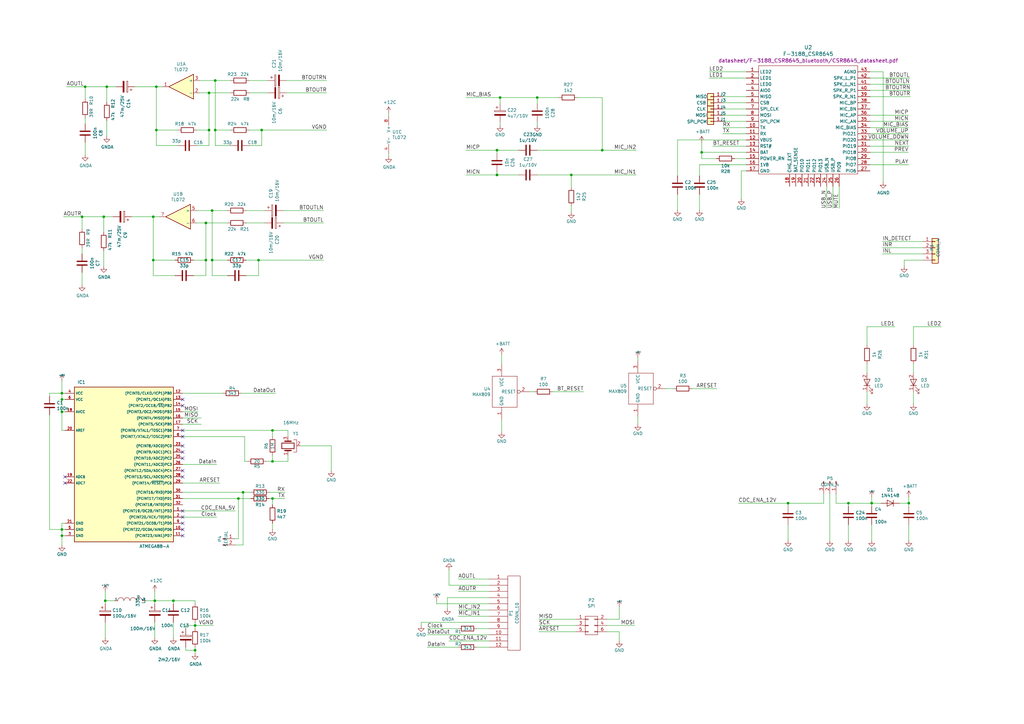
<source format=kicad_sch>
(kicad_sch (version 20200602) (host eeschema "5.99.0-unknown-6083c08~88~ubuntu18.04.1")
  (page 1 1)
  (paper "A3")
  (title_block (date "12 mar 2014"))
  (junction (at 25.4 161.29))
  (junction (at 25.4 163.83))
  (junction (at 25.4 168.91))
  (junction (at 25.4 217.17))
  (junction (at 25.4 219.71))
  (junction (at 33.655 88.9))
  (junction (at 34.925 35.56))
  (junction (at 42.545 88.9))
  (junction (at 43.18 246.38))
  (junction (at 43.815 35.56))
  (junction (at 62.865 88.9))
  (junction (at 62.865 106.68))
  (junction (at 63.5 246.38))
  (junction (at 64.135 35.56))
  (junction (at 64.135 53.34))
  (junction (at 71.12 246.38))
  (junction (at 80.01 256.54))
  (junction (at 80.01 266.7))
  (junction (at 84.455 91.44))
  (junction (at 84.455 106.68))
  (junction (at 85.725 38.1))
  (junction (at 85.725 53.34))
  (junction (at 86.995 86.36))
  (junction (at 86.995 106.68))
  (junction (at 88.265 33.02))
  (junction (at 88.265 53.34))
  (junction (at 97.79 204.47))
  (junction (at 99.695 201.93))
  (junction (at 106.045 106.68))
  (junction (at 107.315 53.34))
  (junction (at 111.76 176.53))
  (junction (at 111.76 189.23))
  (junction (at 111.76 204.47))
  (junction (at 203.835 61.595))
  (junction (at 203.835 71.755))
  (junction (at 205.105 40.005))
  (junction (at 220.345 40.005))
  (junction (at 234.315 71.755))
  (junction (at 247.015 61.595))
  (junction (at 287.782 62.484))
  (junction (at 323.215 206.375))
  (junction (at 347.98 206.375))
  (junction (at 357.505 206.375))
  (junction (at 372.745 206.375))
  (no_connect (at 74.93 214.63))
  (no_connect (at 74.93 193.04))
  (no_connect (at 74.93 185.42))
  (no_connect (at 74.93 182.88))
  (no_connect (at 74.93 166.37))
  (no_connect (at 74.93 187.96))
  (no_connect (at 74.93 163.83))
  (no_connect (at 26.67 195.58))
  (no_connect (at 74.93 219.71))
  (no_connect (at 74.93 209.55))
  (no_connect (at 74.93 176.53))
  (no_connect (at 74.93 212.09))
  (no_connect (at 74.93 179.07))
  (no_connect (at 74.93 195.58))
  (no_connect (at 74.93 217.17))
  (no_connect (at 26.67 198.12))
  (wire (pts (xy 20.32 161.29) (xy 25.4 161.29)))
  (wire (pts (xy 20.32 162.56) (xy 20.32 161.29)))
  (wire (pts (xy 20.32 217.17) (xy 20.32 170.18)))
  (wire (pts (xy 25.4 156.21) (xy 25.4 161.29)))
  (wire (pts (xy 25.4 161.29) (xy 25.4 163.83)))
  (wire (pts (xy 25.4 163.83) (xy 25.4 168.91)))
  (wire (pts (xy 25.4 168.91) (xy 25.4 176.53)))
  (wire (pts (xy 25.4 176.53) (xy 26.67 176.53)))
  (wire (pts (xy 25.4 214.63) (xy 25.4 217.17)))
  (wire (pts (xy 25.4 217.17) (xy 20.32 217.17)))
  (wire (pts (xy 25.4 217.17) (xy 25.4 219.71)))
  (wire (pts (xy 25.4 219.71) (xy 25.4 223.52)))
  (wire (pts (xy 26.035 88.9) (xy 33.655 88.9)))
  (wire (pts (xy 26.67 161.29) (xy 25.4 161.29)))
  (wire (pts (xy 26.67 163.83) (xy 25.4 163.83)))
  (wire (pts (xy 26.67 168.91) (xy 25.4 168.91)))
  (wire (pts (xy 26.67 214.63) (xy 25.4 214.63)))
  (wire (pts (xy 26.67 217.17) (xy 25.4 217.17)))
  (wire (pts (xy 26.67 219.71) (xy 25.4 219.71)))
  (wire (pts (xy 27.305 35.56) (xy 34.925 35.56)))
  (wire (pts (xy 33.655 88.9) (xy 42.545 88.9)))
  (wire (pts (xy 33.655 93.98) (xy 33.655 88.9)))
  (wire (pts (xy 33.655 101.6) (xy 33.655 104.14)))
  (wire (pts (xy 33.655 116.84) (xy 33.655 111.76)))
  (wire (pts (xy 34.925 35.56) (xy 43.815 35.56)))
  (wire (pts (xy 34.925 40.64) (xy 34.925 35.56)))
  (wire (pts (xy 34.925 48.26) (xy 34.925 50.8)))
  (wire (pts (xy 34.925 63.5) (xy 34.925 58.42)))
  (wire (pts (xy 42.545 88.9) (xy 46.355 88.9)))
  (wire (pts (xy 42.545 95.25) (xy 42.545 88.9)))
  (wire (pts (xy 42.545 109.22) (xy 42.545 102.87)))
  (wire (pts (xy 43.18 242.57) (xy 43.18 246.38)))
  (wire (pts (xy 43.18 246.38) (xy 43.18 247.65)))
  (wire (pts (xy 43.18 246.38) (xy 46.99 246.38)))
  (wire (pts (xy 43.18 255.27) (xy 43.18 261.62)))
  (wire (pts (xy 43.815 35.56) (xy 47.625 35.56)))
  (wire (pts (xy 43.815 41.91) (xy 43.815 35.56)))
  (wire (pts (xy 43.815 55.88) (xy 43.815 49.53)))
  (wire (pts (xy 53.975 88.9) (xy 62.865 88.9)))
  (wire (pts (xy 55.245 35.56) (xy 64.135 35.56)))
  (wire (pts (xy 59.69 246.38) (xy 63.5 246.38)))
  (wire (pts (xy 62.865 88.9) (xy 62.865 106.68)))
  (wire (pts (xy 62.865 88.9) (xy 65.405 88.9)))
  (wire (pts (xy 62.865 106.68) (xy 62.865 113.03)))
  (wire (pts (xy 62.865 113.03) (xy 71.755 113.03)))
  (wire (pts (xy 63.5 242.57) (xy 63.5 246.38)))
  (wire (pts (xy 63.5 246.38) (xy 63.5 247.65)))
  (wire (pts (xy 63.5 246.38) (xy 71.12 246.38)))
  (wire (pts (xy 63.5 255.27) (xy 63.5 261.62)))
  (wire (pts (xy 64.135 35.56) (xy 64.135 53.34)))
  (wire (pts (xy 64.135 35.56) (xy 66.675 35.56)))
  (wire (pts (xy 64.135 53.34) (xy 64.135 59.69)))
  (wire (pts (xy 64.135 59.69) (xy 73.025 59.69)))
  (wire (pts (xy 71.12 246.38) (xy 71.12 247.65)))
  (wire (pts (xy 71.12 246.38) (xy 80.01 246.38)))
  (wire (pts (xy 71.12 255.27) (xy 71.12 261.62)))
  (wire (pts (xy 71.755 106.68) (xy 62.865 106.68)))
  (wire (pts (xy 73.025 53.34) (xy 64.135 53.34)))
  (wire (pts (xy 74.93 161.29) (xy 91.44 161.29)))
  (wire (pts (xy 74.93 171.45) (xy 82.55 171.45)))
  (wire (pts (xy 74.93 173.99) (xy 82.55 173.99)))
  (wire (pts (xy 74.93 176.53) (xy 111.76 176.53)))
  (wire (pts (xy 74.93 179.07) (xy 100.33 179.07)))
  (wire (pts (xy 74.93 190.5) (xy 88.9 190.5)))
  (wire (pts (xy 74.93 198.12) (xy 90.17 198.12)))
  (wire (pts (xy 74.93 201.93) (xy 99.695 201.93)))
  (wire (pts (xy 74.93 204.47) (xy 97.79 204.47)))
  (wire (pts (xy 74.93 209.55) (xy 96.52 209.55)))
  (wire (pts (xy 74.93 212.09) (xy 88.9 212.09)))
  (wire (pts (xy 76.2 256.54) (xy 80.01 256.54)))
  (wire (pts (xy 76.2 257.81) (xy 76.2 256.54)))
  (wire (pts (xy 76.2 265.43) (xy 76.2 266.7)))
  (wire (pts (xy 76.2 266.7) (xy 80.01 266.7)))
  (wire (pts (xy 79.375 106.68) (xy 84.455 106.68)))
  (wire (pts (xy 80.01 246.38) (xy 80.01 247.65)))
  (wire (pts (xy 80.01 255.27) (xy 80.01 256.54)))
  (wire (pts (xy 80.01 256.54) (xy 80.01 257.81)))
  (wire (pts (xy 80.01 256.54) (xy 87.63 256.54)))
  (wire (pts (xy 80.01 265.43) (xy 80.01 266.7)))
  (wire (pts (xy 80.01 266.7) (xy 80.01 267.97)))
  (wire (pts (xy 80.645 53.34) (xy 85.725 53.34)))
  (wire (pts (xy 80.645 86.36) (xy 86.995 86.36)))
  (wire (pts (xy 80.645 91.44) (xy 84.455 91.44)))
  (wire (pts (xy 81.28 168.91) (xy 74.93 168.91)))
  (wire (pts (xy 81.915 33.02) (xy 88.265 33.02)))
  (wire (pts (xy 81.915 38.1) (xy 85.725 38.1)))
  (wire (pts (xy 84.455 91.44) (xy 84.455 106.68)))
  (wire (pts (xy 84.455 91.44) (xy 93.345 91.44)))
  (wire (pts (xy 84.455 106.68) (xy 84.455 113.03)))
  (wire (pts (xy 84.455 113.03) (xy 79.375 113.03)))
  (wire (pts (xy 85.725 38.1) (xy 85.725 53.34)))
  (wire (pts (xy 85.725 38.1) (xy 94.615 38.1)))
  (wire (pts (xy 85.725 53.34) (xy 85.725 59.69)))
  (wire (pts (xy 85.725 59.69) (xy 80.645 59.69)))
  (wire (pts (xy 86.995 86.36) (xy 86.995 106.68)))
  (wire (pts (xy 86.995 86.36) (xy 93.345 86.36)))
  (wire (pts (xy 86.995 106.68) (xy 86.995 113.03)))
  (wire (pts (xy 86.995 113.03) (xy 93.345 113.03)))
  (wire (pts (xy 88.265 33.02) (xy 88.265 53.34)))
  (wire (pts (xy 88.265 33.02) (xy 94.615 33.02)))
  (wire (pts (xy 88.265 53.34) (xy 88.265 59.69)))
  (wire (pts (xy 88.265 59.69) (xy 94.615 59.69)))
  (wire (pts (xy 93.345 106.68) (xy 86.995 106.68)))
  (wire (pts (xy 94.615 53.34) (xy 88.265 53.34)))
  (wire (pts (xy 96.52 220.98) (xy 97.79 220.98)))
  (wire (pts (xy 96.52 223.52) (xy 99.695 223.52)))
  (wire (pts (xy 97.79 204.47) (xy 102.87 204.47)))
  (wire (pts (xy 97.79 220.98) (xy 97.79 204.47)))
  (wire (pts (xy 99.06 161.29) (xy 113.03 161.29)))
  (wire (pts (xy 99.695 201.93) (xy 102.87 201.93)))
  (wire (pts (xy 99.695 223.52) (xy 99.695 201.93)))
  (wire (pts (xy 100.33 179.07) (xy 100.33 189.23)))
  (wire (pts (xy 100.33 189.23) (xy 101.6 189.23)))
  (wire (pts (xy 100.965 86.36) (xy 108.585 86.36)))
  (wire (pts (xy 100.965 91.44) (xy 108.585 91.44)))
  (wire (pts (xy 100.965 106.68) (xy 106.045 106.68)))
  (wire (pts (xy 100.965 113.03) (xy 106.045 113.03)))
  (wire (pts (xy 102.235 33.02) (xy 109.855 33.02)))
  (wire (pts (xy 102.235 38.1) (xy 109.855 38.1)))
  (wire (pts (xy 102.235 53.34) (xy 107.315 53.34)))
  (wire (pts (xy 102.235 59.69) (xy 107.315 59.69)))
  (wire (pts (xy 106.045 106.68) (xy 132.715 106.68)))
  (wire (pts (xy 106.045 113.03) (xy 106.045 106.68)))
  (wire (pts (xy 107.315 53.34) (xy 133.985 53.34)))
  (wire (pts (xy 107.315 59.69) (xy 107.315 53.34)))
  (wire (pts (xy 109.22 189.23) (xy 111.76 189.23)))
  (wire (pts (xy 110.49 201.93) (xy 116.84 201.93)))
  (wire (pts (xy 110.49 204.47) (xy 111.76 204.47)))
  (wire (pts (xy 111.76 176.53) (xy 111.76 179.07)))
  (wire (pts (xy 111.76 176.53) (xy 118.11 176.53)))
  (wire (pts (xy 111.76 186.69) (xy 111.76 189.23)))
  (wire (pts (xy 111.76 189.23) (xy 118.11 189.23)))
  (wire (pts (xy 111.76 204.47) (xy 116.84 204.47)))
  (wire (pts (xy 111.76 207.01) (xy 111.76 204.47)))
  (wire (pts (xy 111.76 217.17) (xy 111.76 214.63)))
  (wire (pts (xy 118.11 176.53) (xy 118.11 179.07)))
  (wire (pts (xy 118.11 189.23) (xy 118.11 186.69)))
  (wire (pts (xy 132.715 86.36) (xy 116.205 86.36)))
  (wire (pts (xy 132.715 91.44) (xy 116.205 91.44)))
  (wire (pts (xy 133.985 33.02) (xy 117.475 33.02)))
  (wire (pts (xy 133.985 38.1) (xy 117.475 38.1)))
  (wire (pts (xy 135.89 182.88) (xy 123.19 182.88)))
  (wire (pts (xy 135.89 193.04) (xy 135.89 182.88)))
  (wire (pts (xy 159.385 46.355) (xy 159.385 47.625)))
  (wire (pts (xy 159.385 64.135) (xy 159.385 62.865)))
  (wire (pts (xy 172.72 255.27) (xy 172.72 256.54)))
  (wire (pts (xy 172.72 255.27) (xy 200.66 255.27)))
  (wire (pts (xy 175.26 260.35) (xy 200.66 260.35)))
  (wire (pts (xy 179.07 247.65) (xy 179.07 246.38)))
  (wire (pts (xy 179.07 247.65) (xy 200.66 247.65)))
  (wire (pts (xy 183.515 245.11) (xy 200.66 245.11)))
  (wire (pts (xy 183.515 249.555) (xy 183.515 245.11)))
  (wire (pts (xy 184.15 233.68) (xy 184.15 240.03)))
  (wire (pts (xy 184.15 240.03) (xy 200.66 240.03)))
  (wire (pts (xy 184.15 262.89) (xy 200.66 262.89)))
  (wire (pts (xy 187.96 250.19) (xy 200.66 250.19)))
  (wire (pts (xy 187.96 252.73) (xy 200.66 252.73)))
  (wire (pts (xy 187.96 257.81) (xy 175.26 257.81)))
  (wire (pts (xy 187.96 265.43) (xy 175.26 265.43)))
  (wire (pts (xy 191.135 40.005) (xy 205.105 40.005)))
  (wire (pts (xy 195.58 257.81) (xy 200.66 257.81)))
  (wire (pts (xy 195.58 265.43) (xy 200.66 265.43)))
  (wire (pts (xy 200.66 237.49) (xy 187.96 237.49)))
  (wire (pts (xy 200.66 242.57) (xy 187.96 242.57)))
  (wire (pts (xy 203.835 61.595) (xy 191.135 61.595)))
  (wire (pts (xy 203.835 62.865) (xy 203.835 61.595)))
  (wire (pts (xy 203.835 70.485) (xy 203.835 71.755)))
  (wire (pts (xy 203.835 71.755) (xy 191.135 71.755)))
  (wire (pts (xy 205.105 40.005) (xy 220.345 40.005)))
  (wire (pts (xy 205.105 42.545) (xy 205.105 40.005)))
  (wire (pts (xy 205.105 51.435) (xy 205.105 50.165)))
  (wire (pts (xy 205.74 149.225) (xy 205.74 145.415)))
  (wire (pts (xy 205.74 177.165) (xy 205.74 172.085)))
  (wire (pts (xy 212.725 61.595) (xy 203.835 61.595)))
  (wire (pts (xy 212.725 71.755) (xy 203.835 71.755)))
  (wire (pts (xy 217.17 160.655) (xy 219.075 160.655)))
  (wire (pts (xy 220.345 40.005) (xy 229.235 40.005)))
  (wire (pts (xy 220.345 42.545) (xy 220.345 40.005)))
  (wire (pts (xy 220.345 51.435) (xy 220.345 50.165)))
  (wire (pts (xy 220.345 61.595) (xy 247.015 61.595)))
  (wire (pts (xy 220.345 71.755) (xy 234.315 71.755)))
  (wire (pts (xy 220.98 256.54) (xy 236.22 256.54)))
  (wire (pts (xy 234.315 71.755) (xy 260.985 71.755)))
  (wire (pts (xy 234.315 76.835) (xy 234.315 71.755)))
  (wire (pts (xy 234.315 86.995) (xy 234.315 84.455)))
  (wire (pts (xy 236.22 254) (xy 220.98 254)))
  (wire (pts (xy 236.22 259.08) (xy 220.98 259.08)))
  (wire (pts (xy 236.855 40.005) (xy 247.015 40.005)))
  (wire (pts (xy 239.395 160.655) (xy 226.695 160.655)))
  (wire (pts (xy 247.015 40.005) (xy 247.015 61.595)))
  (wire (pts (xy 247.015 61.595) (xy 260.985 61.595)))
  (wire (pts (xy 248.92 254) (xy 254 254)))
  (wire (pts (xy 248.92 256.54) (xy 260.35 256.54)))
  (wire (pts (xy 248.92 259.08) (xy 254 259.08)))
  (wire (pts (xy 254 254) (xy 254 248.92)))
  (wire (pts (xy 254 259.08) (xy 254 262.89)))
  (wire (pts (xy 261.62 146.685) (xy 261.62 147.955)))
  (wire (pts (xy 261.62 170.815) (xy 261.62 173.99)))
  (wire (pts (xy 273.05 159.385) (xy 276.225 159.385)))
  (wire (pts (xy 277.876 57.404) (xy 306.07 57.404)))
  (wire (pts (xy 277.876 72.136) (xy 277.876 57.404)))
  (wire (pts (xy 277.876 79.756) (xy 277.876 86.106)))
  (wire (pts (xy 286.893 67.564) (xy 286.893 72.136)))
  (wire (pts (xy 286.893 67.564) (xy 306.07 67.564)))
  (wire (pts (xy 286.893 79.756) (xy 286.893 86.106)))
  (wire (pts (xy 287.782 62.484) (xy 287.782 58.42)))
  (wire (pts (xy 287.782 65.024) (xy 287.782 62.484)))
  (wire (pts (xy 293.751 65.024) (xy 287.782 65.024)))
  (wire (pts (xy 294.005 159.385) (xy 283.845 159.385)))
  (wire (pts (xy 296.545 42.164) (xy 306.07 42.164)))
  (wire (pts (xy 296.545 47.244) (xy 306.07 47.244)))
  (wire (pts (xy 301.371 65.024) (xy 306.07 65.024)))
  (wire (pts (xy 304.038 70.104) (xy 304.038 81.534)))
  (wire (pts (xy 306.07 29.464) (xy 290.83 29.464)))
  (wire (pts (xy 306.07 32.004) (xy 290.83 32.004)))
  (wire (pts (xy 306.07 39.624) (xy 296.545 39.624)))
  (wire (pts (xy 306.07 44.704) (xy 296.545 44.704)))
  (wire (pts (xy 306.07 49.784) (xy 296.545 49.784)))
  (wire (pts (xy 306.07 52.324) (xy 296.418 52.324)))
  (wire (pts (xy 306.07 54.864) (xy 296.418 54.864)))
  (wire (pts (xy 306.07 59.944) (xy 292.354 59.944)))
  (wire (pts (xy 306.07 62.484) (xy 287.782 62.484)))
  (wire (pts (xy 306.07 70.104) (xy 304.038 70.104)))
  (wire (pts (xy 323.215 206.375) (xy 302.895 206.375)))
  (wire (pts (xy 323.215 206.375) (xy 323.215 207.645)))
  (wire (pts (xy 323.215 206.375) (xy 337.82 206.375)))
  (wire (pts (xy 323.215 215.265) (xy 323.215 221.615)))
  (wire (pts (xy 337.82 202.565) (xy 337.82 206.375)))
  (wire (pts (xy 339.09 76.454) (xy 339.09 85.471)))
  (wire (pts (xy 340.36 202.565) (xy 340.36 221.615)))
  (wire (pts (xy 341.63 76.454) (xy 341.63 85.471)))
  (wire (pts (xy 342.9 202.565) (xy 342.9 206.375)))
  (wire (pts (xy 342.9 206.375) (xy 347.98 206.375)))
  (wire (pts (xy 344.17 76.454) (xy 344.17 85.471)))
  (wire (pts (xy 347.98 206.375) (xy 347.98 207.645)))
  (wire (pts (xy 347.98 206.375) (xy 357.505 206.375)))
  (wire (pts (xy 347.98 215.265) (xy 347.98 221.615)))
  (wire (pts (xy 355.6 133.985) (xy 367.03 133.985)))
  (wire (pts (xy 355.6 141.605) (xy 355.6 133.985)))
  (wire (pts (xy 355.6 149.225) (xy 355.6 153.035)))
  (wire (pts (xy 355.6 160.655) (xy 355.6 165.735)))
  (wire (pts (xy 356.87 29.464) (xy 362.204 29.464)))
  (wire (pts (xy 356.87 32.004) (xy 373.126 32.004)))
  (wire (pts (xy 356.87 34.544) (xy 373.126 34.544)))
  (wire (pts (xy 356.87 37.084) (xy 373.38 37.084)))
  (wire (pts (xy 356.87 39.624) (xy 373.38 39.624)))
  (wire (pts (xy 356.87 47.244) (xy 372.618 47.244)))
  (wire (pts (xy 356.87 49.784) (xy 372.618 49.784)))
  (wire (pts (xy 356.87 52.324) (xy 372.618 52.324)))
  (wire (pts (xy 356.87 54.864) (xy 372.618 54.864)))
  (wire (pts (xy 356.87 57.404) (xy 372.745 57.404)))
  (wire (pts (xy 356.87 59.944) (xy 372.745 59.944)))
  (wire (pts (xy 356.87 62.484) (xy 372.618 62.484)))
  (wire (pts (xy 356.87 67.564) (xy 372.618 67.564)))
  (wire (pts (xy 357.505 203.835) (xy 357.505 206.375)))
  (wire (pts (xy 357.505 206.375) (xy 357.505 207.645)))
  (wire (pts (xy 357.505 206.375) (xy 361.315 206.375)))
  (wire (pts (xy 357.505 215.265) (xy 357.505 221.615)))
  (wire (pts (xy 362.204 29.464) (xy 362.204 74.676)))
  (wire (pts (xy 368.935 206.375) (xy 372.745 206.375)))
  (wire (pts (xy 370.84 106.68) (xy 378.46 106.68)))
  (wire (pts (xy 370.84 109.22) (xy 370.84 106.68)))
  (wire (pts (xy 372.745 203.835) (xy 372.745 206.375)))
  (wire (pts (xy 372.745 206.375) (xy 372.745 207.645)))
  (wire (pts (xy 372.745 221.615) (xy 372.745 215.265)))
  (wire (pts (xy 374.65 133.985) (xy 386.08 133.985)))
  (wire (pts (xy 374.65 141.605) (xy 374.65 133.985)))
  (wire (pts (xy 374.65 149.225) (xy 374.65 153.035)))
  (wire (pts (xy 374.65 160.655) (xy 374.65 165.735)))
  (wire (pts (xy 378.46 99.06) (xy 361.95 99.06)))
  (wire (pts (xy 378.46 101.6) (xy 361.95 101.6)))
  (wire (pts (xy 378.46 104.14) (xy 361.95 104.14)))
  (label "AOUTR" (at 26.035 88.9 0) (effects (font (size 1.524 1.524))))
  (label "AOUTL" (at 27.305 35.56 0) (effects (font (size 1.524 1.524))))
  (label "MOSI" (at 81.28 168.91 180) (effects (font (size 1.524 1.524))))
  (label "MISO" (at 81.28 171.45 180) (effects (font (size 1.524 1.524))))
  (label "SCK" (at 81.28 173.99 180) (effects (font (size 1.524 1.524))))
  (label "VGND" (at 87.63 256.54 180) (effects (font (size 1.524 1.524))))
  (label "DataIn" (at 88.9 190.5 180) (effects (font (size 1.524 1.524))))
  (label "Clock" (at 88.9 212.09 180) (effects (font (size 1.524 1.524))))
  (label "ARESET" (at 90.17 198.12 180) (effects (font (size 1.524 1.524))))
  (label "CDC_ENA_5V" (at 96.52 209.55 180) (effects (font (size 1.524 1.524))))
  (label "DataOut" (at 113.03 161.29 180) (effects (font (size 1.524 1.524))))
  (label "RX" (at 116.84 201.93 180) (effects (font (size 1.524 1.524))))
  (label "TX" (at 116.84 204.47 180) (effects (font (size 1.524 1.524))))
  (label "BTOUTLN" (at 132.715 86.36 180) (effects (font (size 1.524 1.524))))
  (label "BTOUTL" (at 132.715 91.44 180) (effects (font (size 1.524 1.524))))
  (label "VGND" (at 132.715 106.68 180) (effects (font (size 1.524 1.524))))
  (label "BTOUTRN" (at 133.985 33.02 180) (effects (font (size 1.524 1.524))))
  (label "BTOUTR" (at 133.985 38.1 180) (effects (font (size 1.524 1.524))))
  (label "VGND" (at 133.985 53.34 180) (effects (font (size 1.524 1.524))))
  (label "Clock" (at 175.26 257.81 0) (effects (font (size 1.524 1.524))))
  (label "DataOut" (at 175.26 260.35 0) (effects (font (size 1.524 1.524))))
  (label "DataIn" (at 175.26 265.43 0) (effects (font (size 1.524 1.524))))
  (label "CDC_ENA_12V" (at 184.15 262.89 0) (effects (font (size 1.524 1.524))))
  (label "AOUTL" (at 187.96 237.49 0) (effects (font (size 1.524 1.524))))
  (label "AOUTR" (at 187.96 242.57 0) (effects (font (size 1.524 1.524))))
  (label "MIC_IN2" (at 187.96 250.19 0) (effects (font (size 1.524 1.524))))
  (label "MIC_IN1" (at 187.96 252.73 0) (effects (font (size 1.524 1.524))))
  (label "MIC_BIAS" (at 191.135 40.005 0) (effects (font (size 1.524 1.524))))
  (label "MICP" (at 191.135 61.595 0) (effects (font (size 1.524 1.524))))
  (label "MICN" (at 191.135 71.755 0) (effects (font (size 1.524 1.524))))
  (label "MISO" (at 220.98 254 0) (effects (font (size 1.524 1.524))))
  (label "SCK" (at 220.98 256.54 0) (effects (font (size 1.524 1.524))))
  (label "ARESET" (at 220.98 259.08 0) (effects (font (size 1.524 1.524))))
  (label "BT_RESET" (at 239.395 160.655 180) (effects (font (size 1.524 1.524))))
  (label "MOSI" (at 260.35 256.54 180) (effects (font (size 1.524 1.524))))
  (label "MIC_IN2" (at 260.985 61.595 180) (effects (font (size 1.524 1.524))))
  (label "MIC_IN1" (at 260.985 71.755 180) (effects (font (size 1.524 1.524))))
  (label "LED2" (at 290.83 29.464 0) (effects (font (size 1.524 1.524))))
  (label "LED1" (at 290.83 32.004 0) (effects (font (size 1.524 1.524))))
  (label "BT_RESET" (at 292.354 59.944 0) (effects (font (size 1.524 1.524))))
  (label "ARESET" (at 294.005 159.385 180) (effects (font (size 1.524 1.524))))
  (label "RX" (at 296.418 52.324 0) (effects (font (size 1.524 1.524))))
  (label "TX" (at 296.418 54.864 0) (effects (font (size 1.524 1.524))))
  (label "CDC_ENA_12V" (at 302.895 206.375 0) (effects (font (size 1.524 1.524))))
  (label "USB_N" (at 339.09 85.471 90) (effects (font (size 1.524 1.524))))
  (label "USB_P" (at 341.63 85.471 90) (effects (font (size 1.524 1.524))))
  (label "MUTE" (at 344.17 85.471 90) (effects (font (size 1.524 1.524))))
  (label "IN_DETECT" (at 361.95 99.06 0) (effects (font (size 1.524 1.524))))
  (label "INR" (at 361.95 101.6 0) (effects (font (size 1.524 1.524))))
  (label "INL" (at 361.95 104.14 0) (effects (font (size 1.524 1.524))))
  (label "LED1" (at 367.03 133.985 180) (effects (font (size 1.524 1.524))))
  (label "MICP" (at 372.618 47.244 180) (effects (font (size 1.524 1.524))))
  (label "MICN" (at 372.618 49.784 180) (effects (font (size 1.524 1.524))))
  (label "MIC_BIAS" (at 372.618 52.324 180) (effects (font (size 1.524 1.524))))
  (label "VOLUME_UP" (at 372.618 54.864 180) (effects (font (size 1.524 1.524))))
  (label "PREV" (at 372.618 62.484 180) (effects (font (size 1.524 1.524))))
  (label "PLAY" (at 372.618 67.564 180) (effects (font (size 1.524 1.524))))
  (label "VOLUME_DOWN" (at 372.745 57.404 180) (effects (font (size 1.524 1.524))))
  (label "NEXT" (at 372.745 59.944 180) (effects (font (size 1.524 1.524))))
  (label "BTOUTL" (at 373.126 32.004 180) (effects (font (size 1.524 1.524))))
  (label "BTOUTLN" (at 373.126 34.544 180) (effects (font (size 1.524 1.524))))
  (label "BTOUTRN" (at 373.38 37.084 180) (effects (font (size 1.524 1.524))))
  (label "BTOUTR" (at 373.38 39.624 180) (effects (font (size 1.524 1.524))))
  (label "LED2" (at 386.08 133.985 180) (effects (font (size 1.524 1.524))))
  (symbol (lib_id "atmegax8_with_F-3188-rescue:+5V-RESCUE-atmegax8_with_bluetooth-atmegax8_with_bluetooth-rescue") (at 25.4 156.21 0) (unit 1)
    (property "Reference" "#PWR04" (effects hide))
    (property "Value" "+5V" (at 25.4 153.924 0) (effects (font (size 0.762 0.762))))
  )
  (symbol (lib_id "atmegax8_with_F-3188-rescue:+12V-RESCUE-atmegax8_with_bluetooth-atmegax8_with_bluetooth-rescue") (at 43.18 242.57 0) (unit 1)
    (property "Reference" "#PWR02" (effects hide))
    (property "Value" "+12V" (at 43.18 240.03 0) (effects (font (size 0.762 0.762))))
  )
  (symbol (lib_id "atmegax8_with_F-3188-rescue:+12C-RESCUE-atmegax8_with_bluetooth-atmegax8_with_bluetooth-rescue") (at 63.5 242.57 0) (unit 1)
    (property "Reference" "#PWR023" (effects hide))
    (property "Value" "+12C" (at 63.9572 238.1504 0))
  )
  (symbol (lib_id "atmegax8_with_F-3188-rescue:+12C-RESCUE-atmegax8_with_bluetooth-atmegax8_with_bluetooth-rescue") (at 159.385 46.355 0) (unit 1)
    (property "Reference" "#PWR030" (effects hide))
    (property "Value" "+12C" (at 159.8422 41.9354 0))
  )
  (symbol (lib_id "atmegax8_with_F-3188-rescue:+12V-RESCUE-atmegax8_with_bluetooth-atmegax8_with_bluetooth-rescue") (at 179.07 246.38 0) (unit 1)
    (property "Reference" "#PWR05" (effects hide))
    (property "Value" "+12V" (at 179.07 243.84 0) (effects (font (size 0.762 0.762))))
  )
  (symbol (lib_id "atmegax8_with_F-3188-rescue:+BATT-RESCUE-atmegax8_with_bluetooth-atmegax8_with_bluetooth-rescue") (at 205.74 145.415 0) (unit 1)
    (property "Reference" "#PWR018" (effects hide))
    (property "Value" "+BATT" (at 206.1972 140.9954 0))
  )
  (symbol (lib_id "atmegax8_with_F-3188-rescue:+5V-RESCUE-atmegax8_with_bluetooth-atmegax8_with_bluetooth-rescue") (at 254 248.92 0) (unit 1)
    (property "Reference" "#PWR019" (effects hide))
    (property "Value" "+5V" (at 254 246.634 0) (effects (font (size 0.762 0.762))))
  )
  (symbol (lib_id "atmegax8_with_F-3188-rescue:+5V-RESCUE-atmegax8_with_bluetooth-atmegax8_with_bluetooth-rescue") (at 261.62 146.685 0) (unit 1)
    (property "Reference" "#PWR01" (effects hide))
    (property "Value" "+5V" (at 261.62 144.399 0) (effects (font (size 0.762 0.762))))
  )
  (symbol (lib_id "atmegax8_with_F-3188-rescue:+BATT-RESCUE-atmegax8_with_bluetooth-atmegax8_with_bluetooth-rescue") (at 287.782 58.42 0) (unit 1)
    (property "Reference" "#PWR015" (effects hide))
    (property "Value" "+BATT" (at 288.2392 54.0004 0))
  )
  (symbol (lib_id "atmegax8_with_F-3188-rescue:+5V-RESCUE-atmegax8_with_bluetooth-atmegax8_with_bluetooth-rescue") (at 357.505 203.835 0) (unit 1)
    (property "Reference" "#PWR03" (effects hide))
    (property "Value" "+5V" (at 357.505 201.549 0) (effects (font (size 0.762 0.762))))
  )
  (symbol (lib_id "atmegax8_with_F-3188-rescue:+BATT-RESCUE-atmegax8_with_bluetooth-atmegax8_with_bluetooth-rescue") (at 372.745 203.835 0) (unit 1)
    (property "Reference" "#PWR014" (effects hide))
    (property "Value" "+BATT" (at 373.2022 199.4154 0))
  )
  (symbol (lib_id "atmegax8_with_F-3188-rescue:GND-RESCUE-atmegax8_with_bluetooth-atmegax8_with_bluetooth-rescue") (at 25.4 223.52 0) (unit 1)
    (property "Reference" "#PWR06" (effects hide))
    (property "Value" "GND" (at 25.4 227.33 0))
  )
  (symbol (lib_id "atmegax8_with_F-3188-rescue:GNDA-RESCUE-atmegax8_with_bluetooth-atmegax8_with_bluetooth-rescue") (at 33.655 116.84 0) (unit 1)
    (property "Reference" "#PWR037" (effects hide))
    (property "Value" "GNDA" (at 33.8582 121.2596 0))
  )
  (symbol (lib_id "atmegax8_with_F-3188-rescue:GNDA-RESCUE-atmegax8_with_bluetooth-atmegax8_with_bluetooth-rescue") (at 34.925 63.5 0) (unit 1)
    (property "Reference" "#PWR033" (effects hide))
    (property "Value" "GNDA" (at 35.1282 67.9196 0))
  )
  (symbol (lib_id "atmegax8_with_F-3188-rescue:GNDA-RESCUE-atmegax8_with_bluetooth-atmegax8_with_bluetooth-rescue") (at 42.545 109.22 0) (unit 1)
    (property "Reference" "#PWR036" (effects hide))
    (property "Value" "GNDA" (at 42.7482 113.6396 0))
  )
  (symbol (lib_id "atmegax8_with_F-3188-rescue:GNDA-RESCUE-atmegax8_with_bluetooth-atmegax8_with_bluetooth-rescue") (at 43.18 261.62 0) (unit 1)
    (property "Reference" "#PWR0101" (effects hide))
    (property "Value" "GNDA" (at 43.3832 266.0396 0))
  )
  (symbol (lib_id "atmegax8_with_F-3188-rescue:GNDA-RESCUE-atmegax8_with_bluetooth-atmegax8_with_bluetooth-rescue") (at 43.815 55.88 0) (unit 1)
    (property "Reference" "#PWR032" (effects hide))
    (property "Value" "GNDA" (at 44.0182 60.2996 0))
  )
  (symbol (lib_id "atmegax8_with_F-3188-rescue:GNDA-RESCUE-atmegax8_with_bluetooth-atmegax8_with_bluetooth-rescue") (at 63.5 261.62 0) (unit 1)
    (property "Reference" "#PWR025" (effects hide))
    (property "Value" "GNDA" (at 63.7032 266.0396 0))
  )
  (symbol (lib_id "atmegax8_with_F-3188-rescue:GNDA-RESCUE-atmegax8_with_bluetooth-atmegax8_with_bluetooth-rescue") (at 71.12 261.62 0) (unit 1)
    (property "Reference" "#PWR026" (effects hide))
    (property "Value" "GNDA" (at 71.3232 266.0396 0))
  )
  (symbol (lib_id "atmegax8_with_F-3188-rescue:GNDA-RESCUE-atmegax8_with_bluetooth-atmegax8_with_bluetooth-rescue") (at 80.01 267.97 0) (unit 1)
    (property "Reference" "#PWR027" (effects hide))
    (property "Value" "GNDA" (at 80.2132 272.3896 0))
  )
  (symbol (lib_id "atmegax8_with_F-3188-rescue:GND-RESCUE-atmegax8_with_bluetooth-atmegax8_with_bluetooth-rescue") (at 111.76 217.17 0) (unit 1)
    (property "Reference" "#PWR028" (effects hide))
    (property "Value" "GND" (at 111.76 220.98 0))
  )
  (symbol (lib_id "atmegax8_with_F-3188-rescue:GND-RESCUE-atmegax8_with_bluetooth-atmegax8_with_bluetooth-rescue") (at 135.89 193.04 0) (unit 1)
    (property "Reference" "#PWR07" (effects hide))
    (property "Value" "GND" (at 135.89 196.85 0))
  )
  (symbol (lib_id "atmegax8_with_F-3188-rescue:GNDA-RESCUE-atmegax8_with_bluetooth-atmegax8_with_bluetooth-rescue") (at 159.385 64.135 0) (unit 1)
    (property "Reference" "#PWR031" (effects hide))
    (property "Value" "GNDA" (at 159.5882 68.5546 0))
  )
  (symbol (lib_id "atmegax8_with_F-3188-rescue:GND-RESCUE-atmegax8_with_bluetooth-atmegax8_with_bluetooth-rescue") (at 172.72 256.54 0) (unit 1)
    (property "Reference" "#PWR011" (effects hide))
    (property "Value" "GND" (at 172.72 260.35 0))
  )
  (symbol (lib_id "atmegax8_with_F-3188-rescue:GNDA-RESCUE-atmegax8_with_bluetooth-atmegax8_with_bluetooth-rescue") (at 183.515 249.555 0) (unit 1)
    (property "Reference" "#PWR0103" (effects hide))
    (property "Value" "GNDA" (at 183.7182 253.9746 0))
  )
  (symbol (lib_id "atmegax8_with_F-3188-rescue:GNDA-RESCUE-atmegax8_with_bluetooth-atmegax8_with_bluetooth-rescue") (at 184.15 233.68 180) (unit 1)
    (property "Reference" "#PWR021" (effects hide))
    (property "Value" "GNDA" (at 184.15 229.87 0))
  )
  (symbol (lib_id "atmegax8_with_F-3188-rescue:GND-RESCUE-atmegax8_with_bluetooth-atmegax8_with_bluetooth-rescue") (at 205.105 51.435 0) (unit 1)
    (property "Reference" "#PWR038" (effects hide))
    (property "Value" "GND" (at 205.105 55.245 0))
  )
  (symbol (lib_id "atmegax8_with_F-3188-rescue:GND-RESCUE-atmegax8_with_bluetooth-atmegax8_with_bluetooth-rescue") (at 205.74 177.165 0) (unit 1)
    (property "Reference" "#PWR017" (effects hide))
    (property "Value" "GND" (at 205.74 180.975 0))
  )
  (symbol (lib_id "atmegax8_with_F-3188-rescue:GND-RESCUE-atmegax8_with_bluetooth-atmegax8_with_bluetooth-rescue") (at 220.345 51.435 0) (unit 1)
    (property "Reference" "#PWR013" (effects hide))
    (property "Value" "GND" (at 220.345 55.245 0))
  )
  (symbol (lib_id "atmegax8_with_F-3188-rescue:GND-RESCUE-atmegax8_with_bluetooth-atmegax8_with_bluetooth-rescue") (at 234.315 86.995 0) (unit 1)
    (property "Reference" "#PWR029" (effects hide))
    (property "Value" "GND" (at 234.315 90.805 0))
  )
  (symbol (lib_id "atmegax8_with_F-3188-rescue:GND-RESCUE-atmegax8_with_bluetooth-atmegax8_with_bluetooth-rescue") (at 254 262.89 0) (unit 1)
    (property "Reference" "#PWR020" (effects hide))
    (property "Value" "GND" (at 254 266.7 0))
  )
  (symbol (lib_id "atmegax8_with_F-3188-rescue:GND-RESCUE-atmegax8_with_bluetooth-atmegax8_with_bluetooth-rescue") (at 261.62 173.99 0) (unit 1)
    (property "Reference" "#PWR012" (effects hide))
    (property "Value" "GND" (at 261.62 177.8 0))
  )
  (symbol (lib_id "atmegax8_with_F-3188-rescue:GND-RESCUE-atmegax8_with_bluetooth-atmegax8_with_bluetooth-rescue") (at 277.876 86.106 0) (unit 1)
    (property "Reference" "#PWR0104" (effects hide))
    (property "Value" "GND" (at 277.876 89.916 0))
  )
  (symbol (lib_id "atmegax8_with_F-3188-rescue:GND-RESCUE-atmegax8_with_bluetooth-atmegax8_with_bluetooth-rescue") (at 286.893 86.106 0) (unit 1)
    (property "Reference" "#PWR0102" (effects hide))
    (property "Value" "GND" (at 286.893 89.916 0))
  )
  (symbol (lib_id "atmegax8_with_F-3188-rescue:GND-RESCUE-atmegax8_with_bluetooth-atmegax8_with_bluetooth-rescue") (at 304.038 81.534 0) (unit 1)
    (property "Reference" "#PWR043" (effects hide))
    (property "Value" "GND" (at 304.038 85.344 0))
  )
  (symbol (lib_id "atmegax8_with_F-3188-rescue:GND-RESCUE-atmegax8_with_bluetooth-atmegax8_with_bluetooth-rescue") (at 323.215 221.615 0) (unit 1)
    (property "Reference" "#PWR08" (effects hide))
    (property "Value" "GND" (at 323.215 225.425 0))
  )
  (symbol (lib_id "atmegax8_with_F-3188-rescue:GND-RESCUE-atmegax8_with_bluetooth-atmegax8_with_bluetooth-rescue") (at 340.36 221.615 0) (unit 1)
    (property "Reference" "#PWR09" (effects hide))
    (property "Value" "GND" (at 340.36 225.425 0))
  )
  (symbol (lib_id "atmegax8_with_F-3188-rescue:GND-RESCUE-atmegax8_with_bluetooth-atmegax8_with_bluetooth-rescue") (at 347.98 221.615 0) (unit 1)
    (property "Reference" "#PWR022" (effects hide))
    (property "Value" "GND" (at 347.98 225.425 0))
  )
  (symbol (lib_id "atmegax8_with_F-3188-rescue:GND-RESCUE-atmegax8_with_bluetooth-atmegax8_with_bluetooth-rescue") (at 355.6 165.735 0) (unit 1)
    (property "Reference" "#PWR041" (effects hide))
    (property "Value" "GND" (at 355.6 169.545 0))
  )
  (symbol (lib_id "atmegax8_with_F-3188-rescue:GND-RESCUE-atmegax8_with_bluetooth-atmegax8_with_bluetooth-rescue") (at 357.505 221.615 0) (unit 1)
    (property "Reference" "#PWR010" (effects hide))
    (property "Value" "GND" (at 357.505 225.425 0))
  )
  (symbol (lib_id "tinkerforge:AGND") (at 362.204 74.676 0) (unit 1)
    (property "Reference" "#PWR0105" (effects hide))
    (property "Value" "AGND" (at 362.331 79.0702 0))
  )
  (symbol (lib_id "atmegax8_with_F-3188-rescue:GND-RESCUE-atmegax8_with_bluetooth-atmegax8_with_bluetooth-rescue") (at 370.84 109.22 0) (unit 1)
    (property "Reference" "#PWR045" (effects hide))
    (property "Value" "GND" (at 370.84 113.03 0))
  )
  (symbol (lib_id "atmegax8_with_F-3188-rescue:GND-RESCUE-atmegax8_with_bluetooth-atmegax8_with_bluetooth-rescue") (at 372.745 221.615 0) (unit 1)
    (property "Reference" "#PWR016" (effects hide))
    (property "Value" "GND" (at 372.745 225.425 0))
  )
  (symbol (lib_id "atmegax8_with_F-3188-rescue:GND-RESCUE-atmegax8_with_bluetooth-atmegax8_with_bluetooth-rescue") (at 374.65 165.735 0) (unit 1)
    (property "Reference" "#PWR042" (effects hide))
    (property "Value" "GND" (at 374.65 169.545 0))
  )
  (symbol (lib_id "atmegax8_with_F-3188-rescue:R-RESCUE-atmegax8_with_bluetooth-atmegax8_with_bluetooth-rescue") (at 33.655 97.79 0) (mirror x) (unit 1)
    (property "Reference" "R9" (at 36.195 96.52 90) (effects (justify right)))
    (property "Value" "39R" (at 36.195 101.6 90) (effects (justify right)))
    (property "Footprint" "Resistors_SMD:R_0805_HandSoldering" (effects hide))
  )
  (symbol (lib_id "atmegax8_with_F-3188-rescue:R-RESCUE-atmegax8_with_bluetooth-atmegax8_with_bluetooth-rescue") (at 34.925 44.45 0) (mirror x) (unit 1)
    (property "Reference" "R10" (at 37.465 43.18 90) (effects (justify right)))
    (property "Value" "39R" (at 37.465 48.26 90) (effects (justify right)))
    (property "Footprint" "Resistors_SMD:R_0805_HandSoldering" (effects hide))
  )
  (symbol (lib_id "atmegax8_with_F-3188-rescue:R-RESCUE-atmegax8_with_bluetooth-atmegax8_with_bluetooth-rescue") (at 42.545 99.06 0) (mirror x) (unit 1)
    (property "Reference" "R11" (at 45.085 97.79 90) (effects (justify right)))
    (property "Value" "47k" (at 45.085 102.87 90) (effects (justify right)))
    (property "Footprint" "Resistors_SMD:R_0805_HandSoldering" (effects hide))
  )
  (symbol (lib_id "atmegax8_with_F-3188-rescue:R-RESCUE-atmegax8_with_bluetooth-atmegax8_with_bluetooth-rescue") (at 43.815 45.72 0) (mirror x) (unit 1)
    (property "Reference" "R12" (at 46.355 44.45 90) (effects (justify right)))
    (property "Value" "47k" (at 46.355 49.53 90) (effects (justify right)))
    (property "Footprint" "Resistors_SMD:R_0805_HandSoldering" (effects hide))
  )
  (symbol (lib_id "atmegax8_with_F-3188-rescue:R-RESCUE-atmegax8_with_bluetooth-atmegax8_with_bluetooth-rescue") (at 75.565 106.68 270) (mirror x) (unit 1)
    (property "Reference" "R15" (at 74.295 104.14 90) (effects (justify right)))
    (property "Value" "47k" (at 79.375 104.14 90) (effects (justify right)))
    (property "Footprint" "Resistors_SMD:R_0805_HandSoldering" (effects hide))
  )
  (symbol (lib_id "atmegax8_with_F-3188-rescue:R-RESCUE-atmegax8_with_bluetooth-atmegax8_with_bluetooth-rescue") (at 76.835 53.34 270) (mirror x) (unit 1)
    (property "Reference" "R18" (at 75.565 50.8 90) (effects (justify right)))
    (property "Value" "47k" (at 80.645 50.8 90) (effects (justify right)))
    (property "Footprint" "Resistors_SMD:R_0805_HandSoldering" (effects hide))
  )
  (symbol (lib_id "atmegax8_with_F-3188-rescue:R-RESCUE-atmegax8_with_bluetooth-atmegax8_with_bluetooth-rescue") (at 80.01 251.46 180) (unit 1)
    (property "Reference" "R16" (at 81.788 250.2916 0) (effects (justify right)))
    (property "Value" "100k" (at 81.788 252.6284 0) (effects (justify right)))
    (property "Footprint" "Resistors_SMD:R_0805_HandSoldering" (effects hide))
  )
  (symbol (lib_id "atmegax8_with_F-3188-rescue:R-RESCUE-atmegax8_with_bluetooth-atmegax8_with_bluetooth-rescue") (at 80.01 261.62 180) (unit 1)
    (property "Reference" "R17" (at 81.788 260.4516 0) (effects (justify right)))
    (property "Value" "100k" (at 81.788 262.7884 0) (effects (justify right)))
    (property "Footprint" "Resistors_SMD:R_0805_HandSoldering" (effects hide))
  )
  (symbol (lib_id "atmegax8_with_F-3188-rescue:R-RESCUE-atmegax8_with_bluetooth-atmegax8_with_bluetooth-rescue") (at 95.25 161.29 90) (unit 1)
    (property "Reference" "R4" (at 95.25 159.258 90))
    (property "Value" "3k3" (at 95.25 161.29 90))
    (property "Footprint" "Resistors_SMD:R_0805_HandSoldering" (effects hide))
  )
  (symbol (lib_id "atmegax8_with_F-3188-rescue:R-RESCUE-atmegax8_with_bluetooth-atmegax8_with_bluetooth-rescue") (at 97.155 86.36 270) (mirror x) (unit 1)
    (property "Reference" "R20" (at 95.885 83.82 90) (effects (justify right)))
    (property "Value" "22k" (at 100.965 83.82 90) (effects (justify right)))
    (property "Footprint" "Resistors_SMD:R_0805_HandSoldering" (effects hide))
  )
  (symbol (lib_id "atmegax8_with_F-3188-rescue:R-RESCUE-atmegax8_with_bluetooth-atmegax8_with_bluetooth-rescue") (at 97.155 91.44 90) (mirror x) (unit 1)
    (property "Reference" "R21" (at 98.425 93.98 90) (effects (justify right)))
    (property "Value" "22k" (at 93.345 93.98 90) (effects (justify right)))
    (property "Footprint" "Resistors_SMD:R_0805_HandSoldering" (effects hide))
  )
  (symbol (lib_id "atmegax8_with_F-3188-rescue:R-RESCUE-atmegax8_with_bluetooth-atmegax8_with_bluetooth-rescue") (at 97.155 106.68 270) (mirror x) (unit 1)
    (property "Reference" "R22" (at 95.885 104.14 90) (effects (justify right)))
    (property "Value" "47k" (at 100.965 104.14 90) (effects (justify right)))
    (property "Footprint" "Resistors_SMD:R_0805_HandSoldering" (effects hide))
  )
  (symbol (lib_id "atmegax8_with_F-3188-rescue:R-RESCUE-atmegax8_with_bluetooth-atmegax8_with_bluetooth-rescue") (at 98.425 33.02 270) (mirror x) (unit 1)
    (property "Reference" "R23" (at 97.155 30.48 90) (effects (justify right)))
    (property "Value" "22k" (at 102.235 30.48 90) (effects (justify right)))
    (property "Footprint" "Resistors_SMD:R_0805_HandSoldering" (effects hide))
  )
  (symbol (lib_id "atmegax8_with_F-3188-rescue:R-RESCUE-atmegax8_with_bluetooth-atmegax8_with_bluetooth-rescue") (at 98.425 38.1 90) (mirror x) (unit 1)
    (property "Reference" "R8" (at 99.695 40.64 90) (effects (justify right)))
    (property "Value" "22k" (at 94.615 40.64 90) (effects (justify right)))
    (property "Footprint" "Resistors_SMD:R_0805_HandSoldering" (effects hide))
  )
  (symbol (lib_id "atmegax8_with_F-3188-rescue:R-RESCUE-atmegax8_with_bluetooth-atmegax8_with_bluetooth-rescue") (at 98.425 53.34 270) (mirror x) (unit 1)
    (property "Reference" "R24" (at 97.155 50.8 90) (effects (justify right)))
    (property "Value" "47k" (at 102.235 50.8 90) (effects (justify right)))
    (property "Footprint" "Resistors_SMD:R_0805_HandSoldering" (effects hide))
  )
  (symbol (lib_id "atmegax8_with_F-3188-rescue:R-RESCUE-atmegax8_with_bluetooth-atmegax8_with_bluetooth-rescue") (at 105.41 189.23 270) (unit 1)
    (property "Reference" "R5" (at 105.41 191.262 90))
    (property "Value" "20" (at 105.41 189.23 90))
    (property "Footprint" "Resistors_SMD:R_0805_HandSoldering" (effects hide))
  )
  (symbol (lib_id "atmegax8_with_F-3188-rescue:R-RESCUE-atmegax8_with_bluetooth-atmegax8_with_bluetooth-rescue") (at 106.68 201.93 90) (unit 1)
    (property "Reference" "R13" (at 106.68 199.39 90))
    (property "Value" "330" (at 106.68 201.93 90))
    (property "Footprint" "Resistors_SMD:R_0805_HandSoldering" (effects hide))
  )
  (symbol (lib_id "atmegax8_with_F-3188-rescue:R-RESCUE-atmegax8_with_bluetooth-atmegax8_with_bluetooth-rescue") (at 106.68 204.47 90) (unit 1)
    (property "Reference" "R14" (at 106.68 207.01 90))
    (property "Value" "330" (at 106.68 204.47 90))
    (property "Footprint" "Resistors_SMD:R_0805_HandSoldering" (effects hide))
  )
  (symbol (lib_id "atmegax8_with_F-3188-rescue:R-RESCUE-atmegax8_with_bluetooth-atmegax8_with_bluetooth-rescue") (at 111.76 182.88 0) (unit 1)
    (property "Reference" "R6" (at 109.22 182.88 90))
    (property "Value" "1M" (at 111.76 182.88 90))
    (property "Footprint" "Resistors_SMD:R_0805_HandSoldering" (effects hide))
  )
  (symbol (lib_id "atmegax8_with_F-3188-rescue:R-RESCUE-atmegax8_with_bluetooth-atmegax8_with_bluetooth-rescue") (at 111.76 210.82 0) (unit 1)
    (property "Reference" "R19" (at 113.538 209.6516 0) (effects (justify left)))
    (property "Value" "4k7" (at 113.538 211.9884 0) (effects (justify left)))
    (property "Footprint" "Resistors_SMD:R_0805_HandSoldering" (effects hide))
  )
  (symbol (lib_id "atmegax8_with_F-3188-rescue:R-RESCUE-atmegax8_with_bluetooth-atmegax8_with_bluetooth-rescue") (at 191.77 257.81 270) (unit 1)
    (property "Reference" "R1" (at 187.96 259.08 90))
    (property "Value" "3k3" (at 191.77 257.81 90))
    (property "Footprint" "Resistors_SMD:R_0805_HandSoldering" (effects hide))
  )
  (symbol (lib_id "atmegax8_with_F-3188-rescue:R-RESCUE-atmegax8_with_bluetooth-atmegax8_with_bluetooth-rescue") (at 191.77 265.43 270) (unit 1)
    (property "Reference" "R2" (at 187.96 264.16 90))
    (property "Value" "3k3" (at 191.77 265.43 90))
    (property "Footprint" "Resistors_SMD:R_0805_HandSoldering" (effects hide))
  )
  (symbol (lib_id "atmegax8_with_F-3188-rescue:R-RESCUE-atmegax8_with_bluetooth-atmegax8_with_bluetooth-rescue") (at 222.885 160.655 90) (unit 1)
    (property "Reference" "R7" (at 222.885 155.3718 90))
    (property "Value" "100" (at 222.885 157.7086 90))
    (property "Footprint" "Resistors_SMD:R_0805_HandSoldering" (effects hide))
  )
  (symbol (lib_id "atmegax8_with_F-3188-rescue:R-RESCUE-atmegax8_with_bluetooth-atmegax8_with_bluetooth-rescue") (at 233.045 40.005 270) (mirror x) (unit 1)
    (property "Reference" "R27" (at 233.045 34.7218 90))
    (property "Value" "1k2" (at 233.045 37.0586 90))
    (property "Footprint" "Resistors_SMD:R_0805_HandSoldering" (effects hide))
  )
  (symbol (lib_id "atmegax8_with_F-3188-rescue:R-RESCUE-atmegax8_with_bluetooth-atmegax8_with_bluetooth-rescue") (at 234.315 80.645 0) (mirror x) (unit 1)
    (property "Reference" "R25" (at 239.5982 80.645 90))
    (property "Value" "1k2" (at 237.2614 80.645 90))
    (property "Footprint" "Resistors_SMD:R_0805_HandSoldering" (effects hide))
  )
  (symbol (lib_id "atmegax8_with_F-3188-rescue:R-RESCUE-atmegax8_with_bluetooth-atmegax8_with_bluetooth-rescue") (at 280.035 159.385 90) (unit 1)
    (property "Reference" "R3" (at 280.035 154.1018 90))
    (property "Value" "100" (at 280.035 156.4386 90))
    (property "Footprint" "Resistors_SMD:R_0805_HandSoldering" (effects hide))
  )
  (symbol (lib_id "atmegax8_with_F-3188-rescue:R-RESCUE-atmegax8_with_bluetooth-atmegax8_with_bluetooth-rescue") (at 297.561 65.024 90) (mirror x) (unit 1)
    (property "Reference" "R28" (at 297.561 70.3072 90))
    (property "Value" "10k" (at 297.561 67.9704 90))
    (property "Footprint" "Resistors_SMD:R_0805_HandSoldering" (effects hide))
  )
  (symbol (lib_id "atmegax8_with_F-3188-rescue:R-RESCUE-atmegax8_with_bluetooth-atmegax8_with_bluetooth-rescue") (at 355.6 145.415 0) (unit 1)
    (property "Reference" "R26" (at 360.8832 145.415 90))
    (property "Value" "1k" (at 358.5464 145.415 90))
    (property "Footprint" "Resistors_SMD:R_0805_HandSoldering" (effects hide))
  )
  (symbol (lib_id "atmegax8_with_F-3188-rescue:R-RESCUE-atmegax8_with_bluetooth-atmegax8_with_bluetooth-rescue") (at 374.65 145.415 0) (unit 1)
    (property "Reference" "R31" (at 379.9332 145.415 90))
    (property "Value" "1k" (at 377.5964 145.415 90))
    (property "Footprint" "Resistors_SMD:R_0805_HandSoldering" (effects hide))
  )
  (symbol (lib_id "Connector_Generic:Conn_01x01") (at 291.465 39.624 180) (unit 1)
    (property "Reference" "J2" (at 296.545 38.608 0))
    (property "Value" "MISO" (at 287.655 39.624 0))
    (property "Footprint" "modules:1pin_smd" (effects hide))
  )
  (symbol (lib_id "Connector_Generic:Conn_01x01") (at 291.465 42.164 180) (unit 1)
    (property "Reference" "J3" (at 296.545 41.148 0))
    (property "Value" "CSB" (at 287.655 42.164 0))
    (property "Footprint" "modules:1pin_smd" (effects hide))
  )
  (symbol (lib_id "Connector_Generic:Conn_01x01") (at 291.465 44.704 180) (unit 1)
    (property "Reference" "J4" (at 296.545 43.942 0))
    (property "Value" "CLK" (at 287.655 44.704 0))
    (property "Footprint" "modules:1pin_smd" (effects hide))
  )
  (symbol (lib_id "Connector_Generic:Conn_01x01") (at 291.465 47.244 180) (unit 1)
    (property "Reference" "J5" (at 296.545 46.482 0))
    (property "Value" "MOSI" (at 287.655 47.244 0))
    (property "Footprint" "modules:1pin_smd" (effects hide))
  )
  (symbol (lib_id "Connector_Generic:Conn_01x01") (at 291.465 49.784 180) (unit 1)
    (property "Reference" "J1" (at 296.545 49.022 0))
    (property "Value" "SPI_PCM" (at 285.877 49.911 0))
    (property "Footprint" "modules:1pin_smd" (effects hide))
  )
  (symbol (lib_id "atmegax8_with_F-3188-rescue:INDUCTOR-RESCUE-atmegax8_with_bluetooth-atmegax8_with_bluetooth-rescue") (at 53.34 246.38 0) (unit 1)
    (property "Reference" "L1" (at 58.8518 246.38 90))
    (property "Value" "330u" (at 56.515 246.38 90))
    (property "Footprint" "SMD_Packages:SMD-1210_Pol" (effects hide))
  )
  (symbol (lib_id "atmegax8_with_F-3188-rescue:D-RESCUE-atmegax8_with_bluetooth-atmegax8_with_bluetooth-rescue") (at 365.125 206.375 180) (unit 1)
    (property "Reference" "D1" (at 365.125 200.8886 0))
    (property "Value" "1N4148" (at 365.125 203.2254 0))
    (property "Footprint" "Diodes_SMD:D_MiniMELF" (effects hide))
  )
  (symbol (lib_id "Connector:Conn_01x02_Male") (at 91.44 220.98 0) (unit 1)
    (property "Reference" "P4" (at 90.17 220.98 90))
    (property "Value" "SERIAL" (at 92.71 220.98 90))
    (property "Footprint" "Pin_Headers:Pin_Header_Straight_1x02_Pitch2.54mm" (effects hide))
  )
  (symbol (lib_id "atmegax8_with_F-3188-rescue:LED-RESCUE-atmegax8_with_bluetooth-atmegax8_with_bluetooth-rescue") (at 355.6 156.845 90) (unit 1)
    (property "Reference" "D2" (at 358.5718 155.8798 90) (effects (justify right)))
    (property "Value" "LED" (at 358.5718 158.1912 90) (effects (justify right)))
    (property "Footprint" "LEDs:LED_0805_HandSoldering" (effects hide))
  )
  (symbol (lib_id "atmegax8_with_F-3188-rescue:LED-RESCUE-atmegax8_with_bluetooth-atmegax8_with_bluetooth-rescue") (at 374.65 156.845 90) (unit 1)
    (property "Reference" "D3" (at 377.6218 155.8798 90) (effects (justify right)))
    (property "Value" "LED" (at 377.6218 158.1912 90) (effects (justify right)))
    (property "Footprint" "LEDs:LED_0805_HandSoldering" (effects hide))
  )
  (symbol (lib_id "Amplifier_Operational:TL072") (at 161.925 55.245 0) (unit 3)
    (property "Reference" "U1" (at 160.8582 54.0766 0) (effects (justify left)))
    (property "Value" "TL072" (at 160.8582 56.388 0) (effects (justify left)))
    (property "Datasheet" "http://www.ti.com/lit/ds/symlink/tl071.pdf" (effects hide))
  )
  (symbol (lib_id "atmegax8_with_F-3188-rescue:C-RESCUE-atmegax8_with_bluetooth-atmegax8_with_bluetooth-rescue") (at 20.32 166.37 0) (unit 1)
    (property "Reference" "C1" (at 23.241 165.2016 0) (effects (justify left)))
    (property "Value" "100n" (at 23.241 167.5384 0) (effects (justify left)))
    (property "Footprint" "Capacitors_SMD:C_0805_HandSoldering" (effects hide))
  )
  (symbol (lib_id "atmegax8_with_F-3188-rescue:C-RESCUE-atmegax8_with_bluetooth-atmegax8_with_bluetooth-rescue") (at 33.655 107.95 0) (unit 1)
    (property "Reference" "C7" (at 40.0812 107.95 90))
    (property "Value" "100n" (at 37.7444 107.95 90))
    (property "Footprint" "Capacitors_SMD:C_0805_HandSoldering" (effects hide))
  )
  (symbol (lib_id "atmegax8_with_F-3188-rescue:C-RESCUE-atmegax8_with_bluetooth-atmegax8_with_bluetooth-rescue") (at 34.925 54.61 0) (unit 1)
    (property "Reference" "C8" (at 41.3512 54.61 90))
    (property "Value" "100n" (at 39.0144 54.61 90))
    (property "Footprint" "Capacitors_SMD:C_0805_HandSoldering" (effects hide))
  )
  (symbol (lib_id "Device:CP") (at 43.18 251.46 0) (unit 1)
    (property "Reference" "C10" (at 46.101 250.2916 0) (effects (justify left)))
    (property "Value" "100u/16V" (at 46.101 252.6284 0) (effects (justify left)))
    (property "Footprint" "Capacitors_Tantalum_SMD:CP_Tantalum_Case-D_EIA-7343-31_Hand" (effects hide))
  )
  (symbol (lib_id "atmegax8_with_F-3188-rescue:CP-RESCUE-atmegax8_with_bluetooth-atmegax8_with_bluetooth-rescue") (at 50.165 88.9 270) (mirror x) (unit 1)
    (property "Reference" "C9" (at 51.435 97.79 0) (effects (justify left)))
    (property "Value" "47m/25V" (at 48.895 101.6 0) (effects (justify left)))
    (property "Footprint" "Capacitors_SMD:c_elec_6.3x5.7" (effects hide))
  )
  (symbol (lib_id "atmegax8_with_F-3188-rescue:CP-RESCUE-atmegax8_with_bluetooth-atmegax8_with_bluetooth-rescue") (at 51.435 35.56 270) (mirror x) (unit 1)
    (property "Reference" "C14" (at 52.705 44.45 0) (effects (justify left)))
    (property "Value" "47m/25V" (at 50.165 48.26 0) (effects (justify left)))
    (property "Footprint" "Capacitors_SMD:c_elec_6.3x5.7" (effects hide))
  )
  (symbol (lib_id "atmegax8_with_F-3188-rescue:CP-RESCUE-atmegax8_with_bluetooth-atmegax8_with_bluetooth-rescue") (at 63.5 251.46 0) (unit 1)
    (property "Reference" "C11" (at 66.421 250.2916 0) (effects (justify left)))
    (property "Value" "100m/16V" (at 53.34 257.81 0) (effects (justify left)))
    (property "Footprint" "Capacitors_Tantalum_SMD:CP_Tantalum_Case-D_EIA-7343-31_Hand" (effects hide))
  )
  (symbol (lib_id "atmegax8_with_F-3188-rescue:C-RESCUE-atmegax8_with_bluetooth-atmegax8_with_bluetooth-rescue") (at 71.12 251.46 0) (unit 1)
    (property "Reference" "C12" (at 74.041 250.2916 0) (effects (justify left)))
    (property "Value" "100n" (at 66.04 256.54 0) (effects (justify left)))
    (property "Footprint" "Capacitors_SMD:C_0805_HandSoldering" (effects hide))
  )
  (symbol (lib_id "atmegax8_with_F-3188-rescue:C-RESCUE-atmegax8_with_bluetooth-atmegax8_with_bluetooth-rescue") (at 75.565 113.03 90) (unit 1)
    (property "Reference" "C15" (at 75.565 106.6038 90))
    (property "Value" "33p" (at 75.565 108.9406 90))
    (property "Footprint" "Capacitors_SMD:C_0805_HandSoldering" (effects hide))
  )
  (symbol (lib_id "atmegax8_with_F-3188-rescue:CP-RESCUE-atmegax8_with_bluetooth-atmegax8_with_bluetooth-rescue") (at 76.2 261.62 0) (unit 1)
    (property "Reference" "C13" (at 73.66 256.54 0) (effects (justify left)))
    (property "Value" "2m2/16V" (at 64.77 270.51 0) (effects (justify left)))
    (property "Footprint" "Capacitors_Tantalum_SMD:TantalC_SizeA_EIA-3216_HandSoldering" (effects hide))
  )
  (symbol (lib_id "atmegax8_with_F-3188-rescue:C-RESCUE-atmegax8_with_bluetooth-atmegax8_with_bluetooth-rescue") (at 76.835 59.69 90) (unit 1)
    (property "Reference" "C16" (at 81.28 58.42 90))
    (property "Value" "33p" (at 72.39 57.785 90))
    (property "Footprint" "Capacitors_SMD:C_0805_HandSoldering" (effects hide))
  )
  (symbol (lib_id "atmegax8_with_F-3188-rescue:C-RESCUE-atmegax8_with_bluetooth-atmegax8_with_bluetooth-rescue") (at 97.155 113.03 90) (unit 1)
    (property "Reference" "C17" (at 97.155 106.6038 90))
    (property "Value" "33p" (at 97.155 108.9406 90))
    (property "Footprint" "Capacitors_SMD:C_0805_HandSoldering" (effects hide))
  )
  (symbol (lib_id "atmegax8_with_F-3188-rescue:C-RESCUE-atmegax8_with_bluetooth-atmegax8_with_bluetooth-rescue") (at 98.425 59.69 90) (unit 1)
    (property "Reference" "C18" (at 103.505 58.42 90))
    (property "Value" "33p" (at 93.345 58.42 90))
    (property "Footprint" "Capacitors_SMD:C_0805_HandSoldering" (effects hide))
  )
  (symbol (lib_id "atmegax8_with_F-3188-rescue:CP-RESCUE-atmegax8_with_bluetooth-atmegax8_with_bluetooth-rescue") (at 112.395 86.36 90) (mirror x) (unit 1)
    (property "Reference" "C19" (at 111.125 77.47 0) (effects (justify left)))
    (property "Value" "10m/16V" (at 113.665 73.66 0) (effects (justify left)))
    (property "Footprint" "Capacitors_SMD:CP_Elec_5x5.8" (effects hide))
  )
  (symbol (lib_id "atmegax8_with_F-3188-rescue:CP-RESCUE-atmegax8_with_bluetooth-atmegax8_with_bluetooth-rescue") (at 112.395 91.44 270) (mirror x) (unit 1)
    (property "Reference" "C20" (at 113.665 100.33 0) (effects (justify left)))
    (property "Value" "10m/16V" (at 111.125 104.14 0) (effects (justify left)))
    (property "Footprint" "Capacitors_SMD:c_elec_5x5.8" (effects hide))
  )
  (symbol (lib_id "atmegax8_with_F-3188-rescue:CP-RESCUE-atmegax8_with_bluetooth-atmegax8_with_bluetooth-rescue") (at 113.665 33.02 90) (mirror x) (unit 1)
    (property "Reference" "C21" (at 112.395 24.13 0) (effects (justify left)))
    (property "Value" "10m/16V" (at 114.935 20.32 0) (effects (justify left)))
    (property "Footprint" "Capacitors_SMD:c_elec_5x5.8" (effects hide))
  )
  (symbol (lib_id "atmegax8_with_F-3188-rescue:CP-RESCUE-atmegax8_with_bluetooth-atmegax8_with_bluetooth-rescue") (at 113.665 38.1 270) (mirror x) (unit 1)
    (property "Reference" "C6" (at 114.935 46.99 0) (effects (justify left)))
    (property "Value" "10m/16V" (at 112.395 50.8 0) (effects (justify left)))
    (property "Footprint" "Capacitors_SMD:c_elec_5x5.8" (effects hide))
  )
  (symbol (lib_id "atmegax8_with_F-3188-rescue:C-RESCUE-atmegax8_with_bluetooth-atmegax8_with_bluetooth-rescue") (at 203.835 66.675 0) (unit 1)
    (property "Reference" "C26" (at 210.2612 66.675 90))
    (property "Value" "10n" (at 207.9244 66.675 90))
    (property "Footprint" "Capacitors_SMD:C_0805_HandSoldering" (effects hide))
  )
  (symbol (lib_id "Device:CP") (at 205.105 46.355 0) (unit 1)
    (property "Reference" "C22" (at 208.026 45.1866 0) (effects (justify left)))
    (property "Value" "4u7/10V" (at 208.026 47.5234 0) (effects (justify left)))
    (property "Footprint" "Capacitors_Tantalum_SMD.pretty:TantalC_SizeA_EIA-3216_Wave" (effects hide))
  )
  (symbol (lib_id "Device:C") (at 216.535 61.595 90) (unit 1)
    (property "Reference" "C23" (at 216.535 55.1688 90))
    (property "Value" "1u/10V" (at 216.535 57.5056 90))
    (property "Footprint" "Capacitors_SMD:C_1206_HandSoldering" (effects hide))
  )
  (symbol (lib_id "Device:C") (at 216.535 71.755 90) (unit 1)
    (property "Reference" "C27" (at 216.535 65.3288 90))
    (property "Value" "1u/10V" (at 216.535 67.6656 90))
    (property "Footprint" "Capacitors_SMD:C_1206_HandSoldering" (effects hide))
  )
  (symbol (lib_id "atmegax8_with_F-3188-rescue:C-RESCUE-atmegax8_with_bluetooth-atmegax8_with_bluetooth-rescue") (at 220.345 46.355 0) (unit 1)
    (property "Reference" "C28" (at 226.7712 46.355 90))
    (property "Value" "100n" (at 224.4344 46.355 90))
    (property "Footprint" "Capacitors_SMD:C_0805_HandSoldering" (effects hide))
  )
  (symbol (lib_id "atmegax8_with_F-3188-rescue:C-RESCUE-atmegax8_with_bluetooth-atmegax8_with_bluetooth-rescue") (at 277.876 75.946 0) (unit 1)
    (property "Reference" "C2" (at 280.797 74.7776 0) (effects (justify left)))
    (property "Value" "100n" (at 280.797 77.1144 0) (effects (justify left)))
    (property "Footprint" "Capacitors_SMD:C_0805_HandSoldering" (effects hide))
  )
  (symbol (lib_id "atmegax8_with_F-3188-rescue:C-RESCUE-atmegax8_with_bluetooth-atmegax8_with_bluetooth-rescue") (at 286.893 75.946 0) (unit 1)
    (property "Reference" "C25" (at 289.814 74.7776 0) (effects (justify left)))
    (property "Value" "100n" (at 289.814 77.1144 0) (effects (justify left)))
    (property "Footprint" "Capacitors_SMD:C_0805_HandSoldering" (effects hide))
  )
  (symbol (lib_id "atmegax8_with_F-3188-rescue:C-RESCUE-atmegax8_with_bluetooth-atmegax8_with_bluetooth-rescue") (at 323.215 211.455 0) (unit 1)
    (property "Reference" "C3" (at 326.136 210.2866 0) (effects (justify left)))
    (property "Value" "100n" (at 326.136 212.6234 0) (effects (justify left)))
    (property "Footprint" "Capacitors_SMD:C_0805_HandSoldering" (effects hide))
  )
  (symbol (lib_id "atmegax8_with_F-3188-rescue:C-RESCUE-atmegax8_with_bluetooth-atmegax8_with_bluetooth-rescue") (at 347.98 211.455 0) (unit 1)
    (property "Reference" "C24" (at 350.901 210.2866 0) (effects (justify left)))
    (property "Value" "100n" (at 350.901 212.6234 0) (effects (justify left)))
    (property "Footprint" "Capacitors_SMD:C_0805_HandSoldering" (effects hide))
  )
  (symbol (lib_id "atmegax8_with_F-3188-rescue:C-RESCUE-atmegax8_with_bluetooth-atmegax8_with_bluetooth-rescue") (at 357.505 211.455 0) (unit 1)
    (property "Reference" "C4" (at 358.775 208.915 0) (effects (justify left)))
    (property "Value" "100n" (at 358.775 213.995 0) (effects (justify left)))
    (property "Footprint" "Capacitors_SMD:C_0805_HandSoldering" (effects hide))
  )
  (symbol (lib_id "atmegax8_with_F-3188-rescue:C-RESCUE-atmegax8_with_bluetooth-atmegax8_with_bluetooth-rescue") (at 372.745 211.455 0) (unit 1)
    (property "Reference" "C5" (at 375.666 210.2866 0) (effects (justify left)))
    (property "Value" "100n" (at 375.666 212.6234 0) (effects (justify left)))
    (property "Footprint" "Capacitors_SMD:C_0805_HandSoldering" (effects hide))
  )
  (symbol (lib_id "Connector:Conn_01x03_Male") (at 340.36 197.485 270) (unit 1)
    (property "Reference" "P5" (at 340.36 196.215 90))
    (property "Value" "CONN_4" (at 340.36 198.755 90))
    (property "Footprint" "Pin_Headers.pretty:Pin_Header_Straight_1x03" (effects hide))
  )
  (symbol (lib_id "Device:Crystal_GND2") (at 118.11 182.88 90) (unit 1)
    (property "Reference" "Y1" (at 122.555 177.8 90) (effects (justify left)))
    (property "Value" "16MHz" (at 122.555 173.355 90) (effects (justify left)))
    (property "Footprint" "modules:MURATA_CSTCE_V53" (effects hide))
  )
  (symbol (lib_id "atmegax8_with_F-3188-rescue:Conn_01x04-RESCUE-atmegax8_with_bluetooth-atmegax8_with_bluetooth-rescue") (at 383.54 101.6 0) (unit 1)
    (property "Reference" "P3" (at 382.27 101.6 90))
    (property "Value" "CONN_4" (at 384.81 101.6 90))
    (property "Footprint" "Pin_Headers.pretty:Pin_Header_Straight_1x04" (effects hide))
  )
  (symbol (lib_id "atmegax8_with_F-3188-rescue:CONN_02X03-RESCUE-atmegax8_with_bluetooth-atmegax8_with_bluetooth-rescue") (at 242.57 256.54 0) (unit 1)
    (property "Reference" "P2" (at 242.57 246.1768 0))
    (property "Value" "SPI" (at 242.57 248.5136 0))
    (property "Footprint" "Pin_Headers:Pin_Header_Straight_2x03" (effects hide))
  )
  (symbol (lib_id "Amplifier_Operational:TL072") (at 73.025 88.9 0) (mirror y) (unit 2)
    (property "Reference" "U1" (at 73.025 79.5782 0))
    (property "Value" "TL072" (at 73.025 81.8896 0))
    (property "Datasheet" "http://www.ti.com/lit/ds/symlink/tl071.pdf" (effects hide))
  )
  (symbol (lib_id "Amplifier_Operational:TL072") (at 74.295 35.56 0) (mirror y) (unit 1)
    (property "Reference" "U1" (at 74.295 26.2382 0))
    (property "Value" "TL072" (at 74.295 28.5496 0))
    (property "Datasheet" "http://www.ti.com/lit/ds/symlink/tl071.pdf" (effects hide))
  )
  (symbol (lib_id "MAX809_810:MAX809") (at 207.01 158.115 0) (unit 1)
    (property "Reference" "U4" (at 201.2188 159.4866 0) (effects (justify right)))
    (property "Value" "MAX809" (at 201.2188 161.798 0) (effects (justify right)))
    (property "Footprint" "TO_SOT_Packages_SMD.pretty:SOT-23" (effects hide))
    (property "Datasheet" "https://datasheets.maximintegrated.com/en/ds/MAX803-MAX810Z.pdf" (effects hide))
  )
  (symbol (lib_id "MAX809_810:MAX809") (at 262.89 156.845 0) (unit 1)
    (property "Reference" "U5" (at 257.0988 158.2166 0) (effects (justify right)))
    (property "Value" "MAX809" (at 257.0988 160.528 0) (effects (justify right)))
    (property "Footprint" "TO_SOT_Packages_SMD.pretty:SOT-23" (effects hide))
    (property "Datasheet" "https://datasheets.maximintegrated.com/en/ds/MAX803-MAX810Z.pdf" (effects hide))
  )
  (symbol (lib_id "atmegax8_with_F-3188-rescue:CONN_12-gencon-atmegax8_with_bluetooth-rescue") (at 210.82 251.46 0) (unit 1)
    (property "Reference" "P1" (at 209.55 251.46 90))
    (property "Value" "CONN_10" (at 212.09 251.46 90))
    (property "Footprint" "Pin_Headers:Pin_Header_Straight_1x12_Pitch2.54mm" (effects hide))
  )
  (symbol (lib_id "F-3188:F-3188_CSR8645") (at 336.55 68.834 0) (unit 1)
    (property "Reference" "U2" (at 331.47 19.431 0) (effects (font (size 1.524 1.524))))
    (property "Value" "F-3188_CSR8645" (at 331.47 22.1488 0) (effects (font (size 1.524 1.524))))
    (property "Footprint" "bluetooth:F-3188_CSR8645" (effects hide))
    (property "Datasheet" "datasheet/F-3188_CSR8645_bluetooth/CSR8645_datasheet.pdf" (at 331.47 24.8666 0) (effects (font (size 1.524 1.524))))
  )
  (symbol (lib_id "atmegax8_with_F-3188-rescue:ATMEGA88-A-RESCUE-atmegax8_with_bluetooth-atmegax8_with_bluetooth-rescue") (at 49.53 189.23 0) (unit 1)
    (property "Reference" "IC1" (at 31.75 157.48 0) (effects (justify left bottom)))
    (property "Value" "ATMEGA88-A" (at 57.15 224.79 0) (effects (justify left bottom)))
    (property "Footprint" "Housings_QFP:TQFP-32_7x7mm_Pitch0.8mm" (effects hide))
  )
)
</source>
